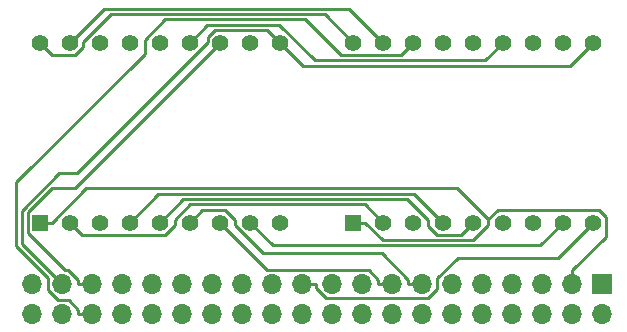
<source format=gbr>
G04 #@! TF.GenerationSoftware,KiCad,Pcbnew,5.99.0-unknown-r16821-0ff20c18*
G04 #@! TF.CreationDate,2019-09-29T17:51:57-05:00*
G04 #@! TF.ProjectId,led_module,6c65645f-6d6f-4647-956c-652e6b696361,rev?*
G04 #@! TF.SameCoordinates,Original*
G04 #@! TF.FileFunction,Copper,L1,Top*
G04 #@! TF.FilePolarity,Positive*
%FSLAX46Y46*%
G04 Gerber Fmt 4.6, Leading zero omitted, Abs format (unit mm)*
G04 Created by KiCad (PCBNEW 5.99.0-unknown-r16821-0ff20c18) date 2019-09-29 17:51:57*
%MOMM*%
%LPD*%
G04 APERTURE LIST*
%ADD10O,1.700000X1.700000*%
%ADD11R,1.700000X1.700000*%
%ADD12R,1.408000X1.408000*%
%ADD13C,1.408000*%
%ADD14C,0.250000*%
G04 APERTURE END LIST*
D10*
X29845000Y-128905000D03*
X29845000Y-126365000D03*
X32385000Y-128905000D03*
X32385000Y-126365000D03*
X34925000Y-128905000D03*
X34925000Y-126365000D03*
X37465000Y-128905000D03*
X37465000Y-126365000D03*
X40005000Y-128905000D03*
X40005000Y-126365000D03*
X42545000Y-128905000D03*
X42545000Y-126365000D03*
X45085000Y-128905000D03*
X45085000Y-126365000D03*
X47625000Y-128905000D03*
X47625000Y-126365000D03*
X50165000Y-128905000D03*
X50165000Y-126365000D03*
X52705000Y-128905000D03*
X52705000Y-126365000D03*
X55245000Y-128905000D03*
X55245000Y-126365000D03*
X57785000Y-128905000D03*
X57785000Y-126365000D03*
X60325000Y-128905000D03*
X60325000Y-126365000D03*
X62865000Y-128905000D03*
X62865000Y-126365000D03*
X65405000Y-128905000D03*
X65405000Y-126365000D03*
X67945000Y-128905000D03*
X67945000Y-126365000D03*
X70485000Y-128905000D03*
X70485000Y-126365000D03*
X73025000Y-128905000D03*
X73025000Y-126365000D03*
X75565000Y-128905000D03*
X75565000Y-126365000D03*
X78105000Y-128905000D03*
D11*
X78105000Y-126365000D03*
D12*
X57023000Y-121158000D03*
D13*
X59563000Y-121158000D03*
X62103000Y-121158000D03*
X64643000Y-121158000D03*
X67183000Y-121158000D03*
X69723000Y-121158000D03*
X72263000Y-121158000D03*
X74803000Y-121158000D03*
X77343000Y-121158000D03*
X77343000Y-105918000D03*
X74803000Y-105918000D03*
X72263000Y-105918000D03*
X69723000Y-105918000D03*
X67183000Y-105918000D03*
X64643000Y-105918000D03*
X62103000Y-105918000D03*
X59563000Y-105918000D03*
X57023000Y-105918000D03*
D12*
X30480000Y-121158000D03*
D13*
X33020000Y-121158000D03*
X35560000Y-121158000D03*
X38100000Y-121158000D03*
X40640000Y-121158000D03*
X43180000Y-121158000D03*
X45720000Y-121158000D03*
X48260000Y-121158000D03*
X50800000Y-121158000D03*
X50800000Y-105918000D03*
X48260000Y-105918000D03*
X45720000Y-105918000D03*
X43180000Y-105918000D03*
X40640000Y-105918000D03*
X38100000Y-105918000D03*
X35560000Y-105918000D03*
X33020000Y-105918000D03*
X30480000Y-105918000D03*
D14*
X33749700Y-128537600D02*
X33749700Y-128905000D01*
X32941800Y-127729700D02*
X33749700Y-128537600D01*
X32048700Y-127729700D02*
X32941800Y-127729700D01*
X31209600Y-126890600D02*
X32048700Y-127729700D01*
X31209600Y-125826500D02*
X31209600Y-126890600D01*
X28506700Y-123123600D02*
X31209600Y-125826500D01*
X28506700Y-117753400D02*
X28506700Y-123123600D01*
X39370000Y-106890100D02*
X28506700Y-117753400D01*
X39370000Y-105710900D02*
X39370000Y-106890100D01*
X41125000Y-103955900D02*
X39370000Y-105710900D01*
X52979100Y-103955900D02*
X41125000Y-103955900D01*
X55993600Y-106970400D02*
X52979100Y-103955900D01*
X61050600Y-106970400D02*
X55993600Y-106970400D01*
X62103000Y-105918000D02*
X61050600Y-106970400D01*
X34925000Y-128905000D02*
X33749700Y-128905000D01*
X54610500Y-103505500D02*
X57023000Y-105918000D01*
X36516700Y-103505500D02*
X54610500Y-103505500D01*
X34130700Y-105891500D02*
X36516700Y-103505500D01*
X34130700Y-106263200D02*
X34130700Y-105891500D01*
X33435600Y-106958300D02*
X34130700Y-106263200D01*
X31520300Y-106958300D02*
X33435600Y-106958300D01*
X30480000Y-105918000D02*
X31520300Y-106958300D01*
X35882900Y-103055100D02*
X33020000Y-105918000D01*
X56700100Y-103055100D02*
X35882900Y-103055100D01*
X59563000Y-105918000D02*
X56700100Y-103055100D01*
X68220200Y-107420800D02*
X69723000Y-105918000D01*
X53778000Y-107420800D02*
X68220200Y-107420800D01*
X50772300Y-104415100D02*
X53778000Y-107420800D01*
X44682900Y-104415100D02*
X50772300Y-104415100D01*
X43180000Y-105918000D02*
X44682900Y-104415100D01*
X34925000Y-126365000D02*
X33749700Y-126365000D01*
X33443800Y-118194200D02*
X45720000Y-105918000D01*
X31541000Y-118194200D02*
X33443800Y-118194200D01*
X29450600Y-120284600D02*
X31541000Y-118194200D01*
X29450600Y-122016600D02*
X29450600Y-120284600D01*
X32623700Y-125189700D02*
X29450600Y-122016600D01*
X32905300Y-125189700D02*
X32623700Y-125189700D01*
X33749700Y-126034100D02*
X32905300Y-125189700D01*
X33749700Y-126365000D02*
X33749700Y-126034100D01*
X52753100Y-107871100D02*
X50800000Y-105918000D01*
X75389900Y-107871100D02*
X52753100Y-107871100D01*
X77343000Y-105918000D02*
X75389900Y-107871100D01*
X28957100Y-122937100D02*
X32385000Y-126365000D01*
X28957100Y-120140900D02*
X28957100Y-122937100D01*
X32135500Y-116962500D02*
X28957100Y-120140900D01*
X33615000Y-116962500D02*
X32135500Y-116962500D01*
X44690700Y-105886800D02*
X33615000Y-116962500D01*
X44690700Y-105463300D02*
X44690700Y-105886800D01*
X45288600Y-104865400D02*
X44690700Y-105463300D01*
X49747400Y-104865400D02*
X45288600Y-104865400D01*
X50800000Y-105918000D02*
X49747400Y-104865400D01*
X74363200Y-124137800D02*
X77343000Y-121158000D01*
X65889600Y-124137800D02*
X74363200Y-124137800D01*
X64135000Y-125892400D02*
X65889600Y-124137800D01*
X64135000Y-126796000D02*
X64135000Y-125892400D01*
X63390600Y-127540400D02*
X64135000Y-126796000D01*
X54688400Y-127540400D02*
X63390600Y-127540400D01*
X53880300Y-126732300D02*
X54688400Y-127540400D01*
X53880300Y-126365000D02*
X53880300Y-126732300D01*
X52705000Y-126365000D02*
X53880300Y-126365000D01*
X72867900Y-123093100D02*
X74803000Y-121158000D01*
X50195100Y-123093100D02*
X72867900Y-123093100D01*
X48260000Y-121158000D02*
X50195100Y-123093100D01*
X59149700Y-125997600D02*
X59149700Y-126365000D01*
X58341800Y-125189700D02*
X59149700Y-125997600D01*
X49751700Y-125189700D02*
X58341800Y-125189700D01*
X45720000Y-121158000D02*
X49751700Y-125189700D01*
X60325000Y-126365000D02*
X59149700Y-126365000D01*
X62865000Y-126365000D02*
X61689700Y-126365000D01*
X44209800Y-120128200D02*
X43180000Y-121158000D01*
X46159500Y-120128200D02*
X44209800Y-120128200D01*
X46990000Y-120958700D02*
X46159500Y-120128200D01*
X46990000Y-121374900D02*
X46990000Y-120958700D01*
X49363800Y-123748700D02*
X46990000Y-121374900D01*
X59440700Y-123748700D02*
X49363800Y-123748700D01*
X61689700Y-125997700D02*
X59440700Y-123748700D01*
X61689700Y-126365000D02*
X61689700Y-125997700D01*
X42623600Y-119174400D02*
X40640000Y-121158000D01*
X61597600Y-119174400D02*
X42623600Y-119174400D01*
X63373100Y-120949900D02*
X61597600Y-119174400D01*
X63373100Y-121414100D02*
X63373100Y-120949900D01*
X64146400Y-122187400D02*
X63373100Y-121414100D01*
X66153600Y-122187400D02*
X64146400Y-122187400D01*
X67183000Y-121158000D02*
X66153600Y-122187400D01*
X40533900Y-118724100D02*
X38100000Y-121158000D01*
X62209100Y-118724100D02*
X40533900Y-118724100D01*
X64643000Y-121158000D02*
X62209100Y-118724100D01*
X34050400Y-122188400D02*
X33020000Y-121158000D01*
X41099700Y-122188400D02*
X34050400Y-122188400D01*
X41910000Y-121378100D02*
X41099700Y-122188400D01*
X41910000Y-120951500D02*
X41910000Y-121378100D01*
X43236700Y-119624800D02*
X41910000Y-120951500D01*
X58029800Y-119624800D02*
X43236700Y-119624800D01*
X59563000Y-121158000D02*
X58029800Y-119624800D01*
X57023000Y-121158000D02*
X58052300Y-121158000D01*
X75565000Y-126365000D02*
X75565000Y-125189700D01*
X30480000Y-121158000D02*
X31509300Y-121158000D01*
X69239900Y-120109800D02*
X68453000Y-120896700D01*
X77854500Y-120109800D02*
X69239900Y-120109800D01*
X78412100Y-120667400D02*
X77854500Y-120109800D01*
X78412100Y-122342600D02*
X78412100Y-120667400D01*
X75565000Y-125189700D02*
X78412100Y-122342600D01*
X59532000Y-122637700D02*
X58052300Y-121158000D01*
X67172900Y-122637700D02*
X59532000Y-122637700D01*
X68453000Y-121357600D02*
X67172900Y-122637700D01*
X68453000Y-120896700D02*
X68453000Y-121357600D01*
X65830100Y-118273800D02*
X68453000Y-120896700D01*
X34393500Y-118273800D02*
X65830100Y-118273800D01*
X31509300Y-121158000D02*
X34393500Y-118273800D01*
M02*

</source>
